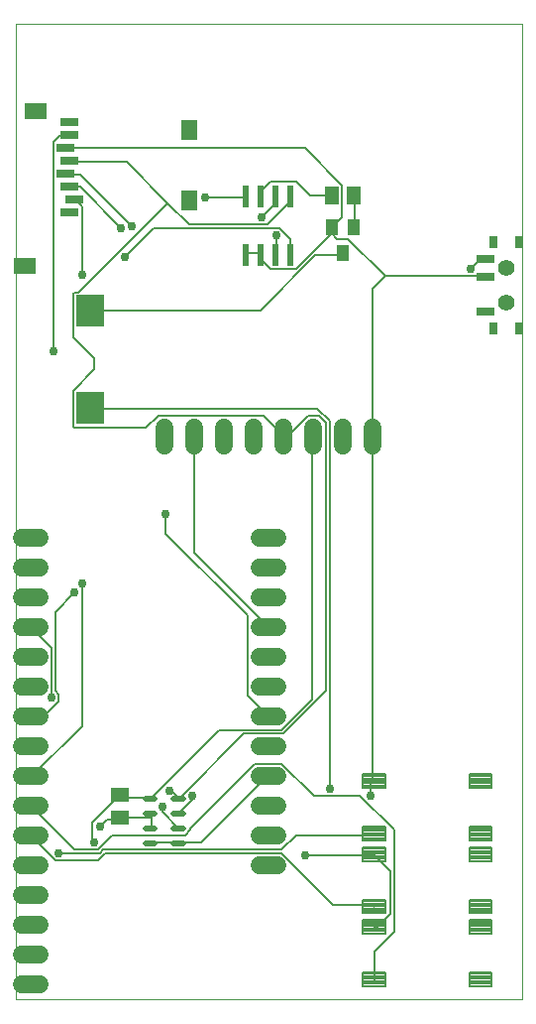
<source format=gtl>
G75*
%MOIN*%
%OFA0B0*%
%FSLAX25Y25*%
%IPPOS*%
%LPD*%
%AMOC8*
5,1,8,0,0,1.08239X$1,22.5*
%
%ADD10C,0.00000*%
%ADD11R,0.07480X0.05512*%
%ADD12R,0.05512X0.07087*%
%ADD13R,0.05906X0.02756*%
%ADD14R,0.03937X0.05512*%
%ADD15R,0.05118X0.05906*%
%ADD16R,0.02200X0.07800*%
%ADD17C,0.02165*%
%ADD18R,0.06299X0.05118*%
%ADD19R,0.09488X0.10669*%
%ADD20R,0.03150X0.03937*%
%ADD21C,0.05543*%
%ADD22C,0.00815*%
%ADD23C,0.06000*%
%ADD24C,0.00600*%
%ADD25C,0.02978*%
D10*
X0052595Y0028933D02*
X0052595Y0356610D01*
X0222871Y0356610D01*
X0222871Y0028933D01*
X0052595Y0028933D01*
D11*
X0055745Y0275390D03*
X0059288Y0327358D03*
D12*
X0110863Y0321059D03*
X0110863Y0297437D03*
D13*
X0072280Y0297831D03*
X0070705Y0302161D03*
X0069131Y0306492D03*
X0070705Y0310823D03*
X0069131Y0315154D03*
X0070705Y0319484D03*
X0070705Y0323815D03*
X0070705Y0293500D03*
X0210705Y0277791D03*
X0210705Y0271886D03*
X0210705Y0260075D03*
D14*
X0166335Y0288264D03*
X0162595Y0279602D03*
X0158855Y0288264D03*
D15*
X0158855Y0298933D03*
X0166335Y0298933D03*
D16*
X0145095Y0298633D03*
X0140095Y0298633D03*
X0135095Y0298633D03*
X0130095Y0298633D03*
X0130095Y0279233D03*
X0135095Y0279233D03*
X0140095Y0279233D03*
X0145095Y0279233D03*
D17*
X0108895Y0096315D02*
X0105745Y0096315D01*
X0105745Y0096315D01*
X0108895Y0096315D01*
X0108895Y0096315D01*
X0108895Y0091394D02*
X0105745Y0091394D01*
X0105745Y0091394D01*
X0108895Y0091394D01*
X0108895Y0091394D01*
X0108895Y0086472D02*
X0105745Y0086472D01*
X0105745Y0086472D01*
X0108895Y0086472D01*
X0108895Y0086472D01*
X0108895Y0081551D02*
X0105745Y0081551D01*
X0105745Y0081551D01*
X0108895Y0081551D01*
X0108895Y0081551D01*
X0099446Y0081551D02*
X0096296Y0081551D01*
X0096296Y0081551D01*
X0099446Y0081551D01*
X0099446Y0081551D01*
X0099446Y0086472D02*
X0096296Y0086472D01*
X0096296Y0086472D01*
X0099446Y0086472D01*
X0099446Y0086472D01*
X0099446Y0091394D02*
X0096296Y0091394D01*
X0096296Y0091394D01*
X0099446Y0091394D01*
X0099446Y0091394D01*
X0099446Y0096315D02*
X0096296Y0096315D01*
X0096296Y0096315D01*
X0099446Y0096315D01*
X0099446Y0096315D01*
D18*
X0087595Y0097870D03*
X0087595Y0089996D03*
D19*
X0077595Y0227594D03*
X0077595Y0260272D03*
D20*
X0213264Y0254563D03*
X0221926Y0254563D03*
X0221926Y0283303D03*
X0213264Y0283303D03*
D21*
X0217595Y0274839D03*
X0217595Y0263028D03*
D22*
X0212689Y0104579D02*
X0205235Y0104579D01*
X0212689Y0104579D02*
X0212689Y0099961D01*
X0205235Y0099961D01*
X0205235Y0104579D01*
X0205235Y0100775D02*
X0212689Y0100775D01*
X0212689Y0101589D02*
X0205235Y0101589D01*
X0205235Y0102403D02*
X0212689Y0102403D01*
X0212689Y0103217D02*
X0205235Y0103217D01*
X0205235Y0104031D02*
X0212689Y0104031D01*
X0212689Y0086941D02*
X0205235Y0086941D01*
X0212689Y0086941D02*
X0212689Y0082323D01*
X0205235Y0082323D01*
X0205235Y0086941D01*
X0205235Y0083137D02*
X0212689Y0083137D01*
X0212689Y0083951D02*
X0205235Y0083951D01*
X0205235Y0084765D02*
X0212689Y0084765D01*
X0212689Y0085579D02*
X0205235Y0085579D01*
X0205235Y0086393D02*
X0212689Y0086393D01*
X0212689Y0080169D02*
X0205235Y0080169D01*
X0212689Y0080169D02*
X0212689Y0075551D01*
X0205235Y0075551D01*
X0205235Y0080169D01*
X0205235Y0076365D02*
X0212689Y0076365D01*
X0212689Y0077179D02*
X0205235Y0077179D01*
X0205235Y0077993D02*
X0212689Y0077993D01*
X0212689Y0078807D02*
X0205235Y0078807D01*
X0205235Y0079621D02*
X0212689Y0079621D01*
X0212689Y0062531D02*
X0205235Y0062531D01*
X0212689Y0062531D02*
X0212689Y0057913D01*
X0205235Y0057913D01*
X0205235Y0062531D01*
X0205235Y0058727D02*
X0212689Y0058727D01*
X0212689Y0059541D02*
X0205235Y0059541D01*
X0205235Y0060355D02*
X0212689Y0060355D01*
X0212689Y0061169D02*
X0205235Y0061169D01*
X0205235Y0061983D02*
X0212689Y0061983D01*
X0212689Y0055760D02*
X0205235Y0055760D01*
X0212689Y0055760D02*
X0212689Y0051142D01*
X0205235Y0051142D01*
X0205235Y0055760D01*
X0205235Y0051956D02*
X0212689Y0051956D01*
X0212689Y0052770D02*
X0205235Y0052770D01*
X0205235Y0053584D02*
X0212689Y0053584D01*
X0212689Y0054398D02*
X0205235Y0054398D01*
X0205235Y0055212D02*
X0212689Y0055212D01*
X0212689Y0038122D02*
X0205235Y0038122D01*
X0212689Y0038122D02*
X0212689Y0033504D01*
X0205235Y0033504D01*
X0205235Y0038122D01*
X0205235Y0034318D02*
X0212689Y0034318D01*
X0212689Y0035132D02*
X0205235Y0035132D01*
X0205235Y0035946D02*
X0212689Y0035946D01*
X0212689Y0036760D02*
X0205235Y0036760D01*
X0205235Y0037574D02*
X0212689Y0037574D01*
X0176862Y0038122D02*
X0169408Y0038122D01*
X0176862Y0038122D02*
X0176862Y0033504D01*
X0169408Y0033504D01*
X0169408Y0038122D01*
X0169408Y0034318D02*
X0176862Y0034318D01*
X0176862Y0035132D02*
X0169408Y0035132D01*
X0169408Y0035946D02*
X0176862Y0035946D01*
X0176862Y0036760D02*
X0169408Y0036760D01*
X0169408Y0037574D02*
X0176862Y0037574D01*
X0176862Y0055760D02*
X0169408Y0055760D01*
X0176862Y0055760D02*
X0176862Y0051142D01*
X0169408Y0051142D01*
X0169408Y0055760D01*
X0169408Y0051956D02*
X0176862Y0051956D01*
X0176862Y0052770D02*
X0169408Y0052770D01*
X0169408Y0053584D02*
X0176862Y0053584D01*
X0176862Y0054398D02*
X0169408Y0054398D01*
X0169408Y0055212D02*
X0176862Y0055212D01*
X0176862Y0062531D02*
X0169408Y0062531D01*
X0176862Y0062531D02*
X0176862Y0057913D01*
X0169408Y0057913D01*
X0169408Y0062531D01*
X0169408Y0058727D02*
X0176862Y0058727D01*
X0176862Y0059541D02*
X0169408Y0059541D01*
X0169408Y0060355D02*
X0176862Y0060355D01*
X0176862Y0061169D02*
X0169408Y0061169D01*
X0169408Y0061983D02*
X0176862Y0061983D01*
X0176862Y0080169D02*
X0169408Y0080169D01*
X0176862Y0080169D02*
X0176862Y0075551D01*
X0169408Y0075551D01*
X0169408Y0080169D01*
X0169408Y0076365D02*
X0176862Y0076365D01*
X0176862Y0077179D02*
X0169408Y0077179D01*
X0169408Y0077993D02*
X0176862Y0077993D01*
X0176862Y0078807D02*
X0169408Y0078807D01*
X0169408Y0079621D02*
X0176862Y0079621D01*
X0176862Y0086941D02*
X0169408Y0086941D01*
X0176862Y0086941D02*
X0176862Y0082323D01*
X0169408Y0082323D01*
X0169408Y0086941D01*
X0169408Y0083137D02*
X0176862Y0083137D01*
X0176862Y0083951D02*
X0169408Y0083951D01*
X0169408Y0084765D02*
X0176862Y0084765D01*
X0176862Y0085579D02*
X0169408Y0085579D01*
X0169408Y0086393D02*
X0176862Y0086393D01*
X0176862Y0104579D02*
X0169408Y0104579D01*
X0176862Y0104579D02*
X0176862Y0099961D01*
X0169408Y0099961D01*
X0169408Y0104579D01*
X0169408Y0100775D02*
X0176862Y0100775D01*
X0176862Y0101589D02*
X0169408Y0101589D01*
X0169408Y0102403D02*
X0176862Y0102403D01*
X0176862Y0103217D02*
X0169408Y0103217D01*
X0169408Y0104031D02*
X0176862Y0104031D01*
D23*
X0140595Y0103933D02*
X0134595Y0103933D01*
X0134595Y0113933D02*
X0140595Y0113933D01*
X0140595Y0123933D02*
X0134595Y0123933D01*
X0134595Y0133933D02*
X0140595Y0133933D01*
X0140595Y0143933D02*
X0134595Y0143933D01*
X0134595Y0153933D02*
X0140595Y0153933D01*
X0140595Y0163933D02*
X0134595Y0163933D01*
X0134595Y0173933D02*
X0140595Y0173933D01*
X0140595Y0183933D02*
X0134595Y0183933D01*
X0132595Y0215022D02*
X0132595Y0221022D01*
X0122595Y0221022D02*
X0122595Y0215022D01*
X0112595Y0215022D02*
X0112595Y0221022D01*
X0102595Y0221022D02*
X0102595Y0215022D01*
X0142595Y0215022D02*
X0142595Y0221022D01*
X0152595Y0221022D02*
X0152595Y0215022D01*
X0162595Y0215022D02*
X0162595Y0221022D01*
X0172595Y0221022D02*
X0172595Y0215022D01*
X0140595Y0093933D02*
X0134595Y0093933D01*
X0134595Y0083933D02*
X0140595Y0083933D01*
X0140595Y0073933D02*
X0134595Y0073933D01*
X0060595Y0073933D02*
X0054595Y0073933D01*
X0054595Y0083933D02*
X0060595Y0083933D01*
X0060595Y0093933D02*
X0054595Y0093933D01*
X0054595Y0103933D02*
X0060595Y0103933D01*
X0060595Y0113933D02*
X0054595Y0113933D01*
X0054595Y0123933D02*
X0060595Y0123933D01*
X0060595Y0133933D02*
X0054595Y0133933D01*
X0054595Y0143933D02*
X0060595Y0143933D01*
X0060595Y0153933D02*
X0054595Y0153933D01*
X0054595Y0163933D02*
X0060595Y0163933D01*
X0060595Y0173933D02*
X0054595Y0173933D01*
X0054595Y0183933D02*
X0060595Y0183933D01*
X0060595Y0063933D02*
X0054595Y0063933D01*
X0054595Y0053933D02*
X0060595Y0053933D01*
X0060595Y0043933D02*
X0054595Y0043933D01*
X0054595Y0033933D02*
X0060595Y0033933D01*
D24*
X0065795Y0075733D02*
X0057595Y0083933D01*
X0057995Y0093733D02*
X0057595Y0093933D01*
X0057995Y0093733D02*
X0072395Y0079333D01*
X0080195Y0079333D01*
X0084995Y0084133D01*
X0109595Y0084133D01*
X0111395Y0085933D01*
X0111395Y0086533D01*
X0132995Y0108133D01*
X0141995Y0108133D01*
X0152795Y0097333D01*
X0168395Y0097333D01*
X0179795Y0085933D01*
X0179795Y0051733D01*
X0173195Y0045133D01*
X0173195Y0036133D01*
X0173135Y0035813D01*
X0173135Y0053451D02*
X0173195Y0053533D01*
X0174395Y0053533D01*
X0178595Y0057733D01*
X0178595Y0072133D01*
X0173195Y0077533D01*
X0173135Y0077860D01*
X0172595Y0077533D01*
X0149795Y0077533D01*
X0146795Y0084133D02*
X0141995Y0079333D01*
X0081995Y0079333D01*
X0080795Y0078133D01*
X0066995Y0078133D01*
X0065795Y0075733D02*
X0080195Y0075733D01*
X0082595Y0078133D01*
X0141995Y0078133D01*
X0159395Y0060733D01*
X0172595Y0060733D01*
X0173135Y0060222D01*
X0172595Y0084133D02*
X0173135Y0084632D01*
X0172595Y0084133D02*
X0146795Y0084133D01*
X0158195Y0099733D02*
X0158195Y0223333D01*
X0153995Y0227533D01*
X0077795Y0227533D01*
X0077595Y0227594D01*
X0071795Y0221533D02*
X0072395Y0220933D01*
X0096395Y0220933D01*
X0100595Y0225133D01*
X0135995Y0225133D01*
X0142595Y0218533D01*
X0142595Y0218022D01*
X0142595Y0218533D02*
X0144395Y0218533D01*
X0150995Y0225133D01*
X0154595Y0225133D01*
X0156995Y0222733D01*
X0156995Y0132733D01*
X0142595Y0118333D01*
X0129395Y0118333D01*
X0107795Y0096733D01*
X0107320Y0096315D01*
X0107195Y0096733D01*
X0104795Y0099133D01*
X0104195Y0099133D01*
X0101795Y0093733D02*
X0101795Y0091933D01*
X0107195Y0086533D01*
X0107320Y0086472D01*
X0107195Y0081733D02*
X0107320Y0081551D01*
X0107795Y0081733D01*
X0114995Y0081733D01*
X0137195Y0103933D01*
X0137595Y0103933D01*
X0141995Y0119533D02*
X0152195Y0129733D01*
X0152195Y0217933D01*
X0152595Y0218022D01*
X0172595Y0218022D02*
X0172595Y0267733D01*
X0176795Y0271933D01*
X0164195Y0284533D01*
X0160595Y0284533D01*
X0158795Y0286333D01*
X0158855Y0288264D01*
X0159395Y0288733D01*
X0162395Y0291733D01*
X0162395Y0302533D01*
X0149795Y0315133D01*
X0069395Y0315133D01*
X0069131Y0315154D01*
X0065195Y0316933D02*
X0065195Y0246733D01*
X0071795Y0251533D02*
X0078995Y0244333D01*
X0078995Y0240733D01*
X0071795Y0233533D01*
X0071795Y0221533D01*
X0071795Y0251533D02*
X0071795Y0265933D01*
X0072395Y0266533D01*
X0073595Y0266533D01*
X0103595Y0296533D01*
X0089795Y0310333D01*
X0071195Y0310333D01*
X0070705Y0310823D01*
X0069131Y0306492D02*
X0069395Y0306133D01*
X0074195Y0306133D01*
X0091595Y0288733D01*
X0087995Y0288133D02*
X0074195Y0301933D01*
X0071195Y0301933D01*
X0070705Y0302161D01*
X0072280Y0297831D02*
X0072395Y0297733D01*
X0074795Y0295333D01*
X0074795Y0272533D01*
X0077795Y0260533D02*
X0077595Y0260272D01*
X0077795Y0260533D02*
X0134795Y0260533D01*
X0153395Y0279133D01*
X0162395Y0279133D01*
X0162595Y0279602D01*
X0158795Y0286333D02*
X0146795Y0274333D01*
X0138395Y0274333D01*
X0135395Y0277333D01*
X0135395Y0279133D01*
X0135095Y0279233D01*
X0134795Y0279733D01*
X0130595Y0279733D01*
X0130095Y0279233D01*
X0137195Y0289333D02*
X0144995Y0297133D01*
X0144995Y0298333D01*
X0145095Y0298633D01*
X0146795Y0303733D02*
X0138395Y0303733D01*
X0135395Y0300733D01*
X0135395Y0298933D01*
X0135095Y0298633D01*
X0139595Y0298333D02*
X0139595Y0295933D01*
X0135395Y0291733D01*
X0137195Y0289333D02*
X0110795Y0289333D01*
X0103595Y0296533D01*
X0098795Y0288133D02*
X0089195Y0278533D01*
X0098795Y0288133D02*
X0141395Y0288133D01*
X0144995Y0284533D01*
X0144995Y0279733D01*
X0145095Y0279233D01*
X0140195Y0279733D02*
X0140095Y0279233D01*
X0140195Y0279733D02*
X0140195Y0285733D01*
X0139595Y0298333D02*
X0140095Y0298633D01*
X0146795Y0303733D02*
X0151595Y0298933D01*
X0158855Y0298933D01*
X0166335Y0298933D02*
X0166595Y0298933D01*
X0166595Y0288733D01*
X0166335Y0288264D01*
X0158855Y0288264D02*
X0158795Y0288133D01*
X0158795Y0286333D01*
X0176795Y0271933D02*
X0210395Y0271933D01*
X0210705Y0271886D01*
X0210395Y0277333D02*
X0208595Y0277333D01*
X0205595Y0274333D01*
X0210395Y0277333D02*
X0210705Y0277791D01*
X0172595Y0218022D02*
X0172595Y0102733D01*
X0173135Y0102270D01*
X0172595Y0102133D01*
X0171995Y0101533D01*
X0171995Y0097333D01*
X0141995Y0119533D02*
X0120995Y0119533D01*
X0098195Y0096733D01*
X0097871Y0096315D01*
X0097595Y0096733D01*
X0088595Y0096733D01*
X0087995Y0097333D01*
X0087595Y0097870D01*
X0087395Y0097333D01*
X0078395Y0088333D01*
X0078395Y0082333D01*
X0078995Y0081733D01*
X0080795Y0087133D02*
X0083195Y0089533D01*
X0087395Y0089533D01*
X0087595Y0089996D01*
X0087995Y0090133D01*
X0098195Y0090133D01*
X0098195Y0086533D01*
X0097871Y0086472D01*
X0098195Y0090133D02*
X0098195Y0091333D01*
X0097871Y0091394D01*
X0098195Y0081733D02*
X0097871Y0081551D01*
X0098195Y0081733D02*
X0107195Y0081733D01*
X0107320Y0091394D02*
X0107795Y0091933D01*
X0111995Y0096133D01*
X0111995Y0097333D01*
X0137595Y0123933D02*
X0130595Y0130933D01*
X0130595Y0157933D01*
X0102995Y0185533D01*
X0102995Y0192133D01*
X0112595Y0178933D02*
X0137595Y0153933D01*
X0112595Y0178933D02*
X0112595Y0218022D01*
X0074795Y0168733D02*
X0074795Y0120733D01*
X0057995Y0103933D01*
X0057595Y0103933D01*
X0057595Y0123933D02*
X0057995Y0124333D01*
X0062195Y0124333D01*
X0066995Y0129133D01*
X0066995Y0131533D01*
X0065795Y0132733D01*
X0065795Y0159133D01*
X0072395Y0165733D01*
X0057995Y0153733D02*
X0064595Y0147133D01*
X0064595Y0130333D01*
X0057995Y0153733D02*
X0057595Y0153933D01*
X0116195Y0298333D02*
X0129995Y0298333D01*
X0130095Y0298633D01*
X0070705Y0319484D02*
X0070595Y0319333D01*
X0067595Y0319333D01*
X0065195Y0316933D01*
D25*
X0087995Y0288133D03*
X0091595Y0288733D03*
X0089195Y0278533D03*
X0074795Y0272533D03*
X0065195Y0246733D03*
X0102995Y0192133D03*
X0074795Y0168733D03*
X0072395Y0165733D03*
X0064595Y0130333D03*
X0080795Y0087133D03*
X0078995Y0081733D03*
X0066995Y0078133D03*
X0101795Y0093733D03*
X0104195Y0099133D03*
X0111995Y0097333D03*
X0149795Y0077533D03*
X0158195Y0099733D03*
X0171995Y0097333D03*
X0205595Y0274333D03*
X0140195Y0285733D03*
X0135395Y0291733D03*
X0116195Y0298333D03*
M02*

</source>
